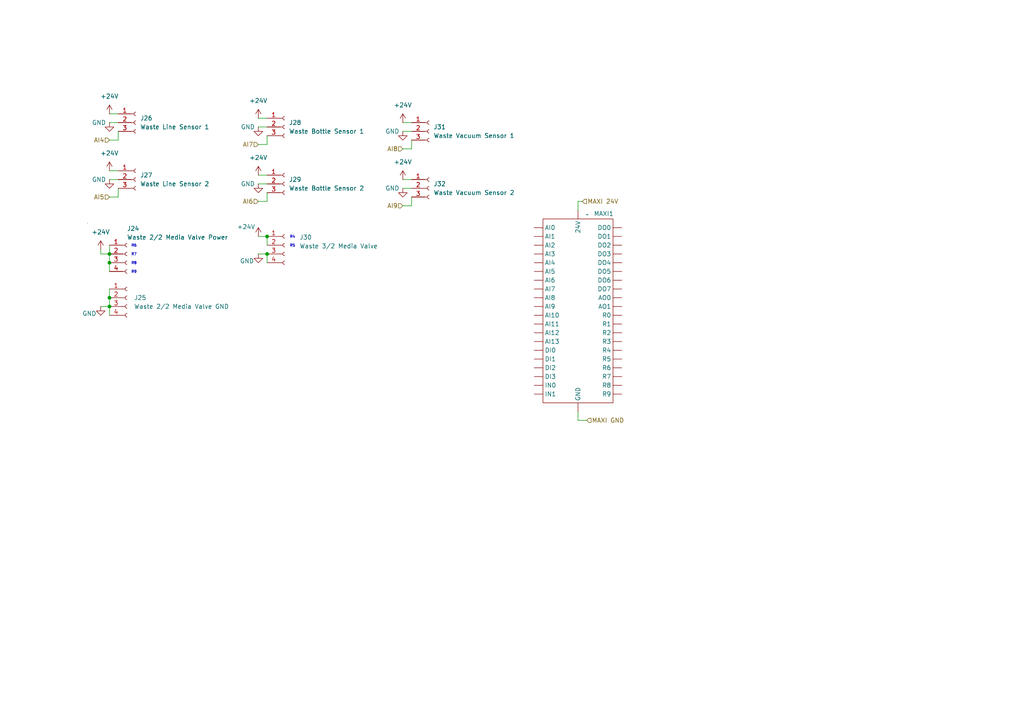
<source format=kicad_sch>
(kicad_sch (version 20250114) (generator "eeschema") (generator_version "9.0")
  (paper "A4")
  (lib_symbols
    (symbol "Connector:Conn_01x03_Socket" (pin_names (offset 1.016) (hide yes))
      (property "Reference" "J" (at 0 5.08 0))
      (property "Value" "Conn_01x03_Socket" (at 0 -5.08 0))
      (symbol "Conn_01x03_Socket_1_1"
        (polyline (pts (xy -1.27 2.54) (xy -0.508 2.54)) (stroke (width 0.1524)))
        (polyline (pts (xy -1.27 0) (xy -0.508 0)) (stroke (width 0.1524)))
        (polyline (pts (xy -1.27 -2.54) (xy -0.508 -2.54)) (stroke (width 0.1524)))
        (arc (start 0 2.032) (mid -0.5058 2.54) (end 0 3.048) (stroke (width 0.1524)))
        (arc (start 0 -0.508) (mid -0.5058 0) (end 0 0.508) (stroke (width 0.1524)))
        (arc (start 0 -3.048) (mid -0.5058 -2.54) (end 0 -2.032) (stroke (width 0.1524)))
        (pin passive line (at -5.08 2.54 0) (length 3.81) (name "Pin_1") (number "1"))
        (pin passive line (at -5.08 0 0) (length 3.81) (name "Pin_2") (number "2"))
        (pin passive line (at -5.08 -2.54 0) (length 3.81) (name "Pin_3") (number "3"))
      )
    )
    (symbol "Connector:Conn_01x04_Socket" (pin_names (offset 1.016) (hide yes))
      (property "Reference" "J" (at 0 5.08 0))
      (property "Value" "Conn_01x04_Socket" (at 0 -7.62 0))
      (symbol "Conn_01x04_Socket_1_1"
        (polyline (pts (xy -1.27 2.54) (xy -0.508 2.54)) (stroke (width 0.1524)))
        (polyline (pts (xy -1.27 0) (xy -0.508 0)) (stroke (width 0.1524)))
        (polyline (pts (xy -1.27 -2.54) (xy -0.508 -2.54)) (stroke (width 0.1524)))
        (polyline (pts (xy -1.27 -5.08) (xy -0.508 -5.08)) (stroke (width 0.1524)))
        (arc (start 0 2.032) (mid -0.5058 2.54) (end 0 3.048) (stroke (width 0.1524)))
        (arc (start 0 -0.508) (mid -0.5058 0) (end 0 0.508) (stroke (width 0.1524)))
        (arc (start 0 -3.048) (mid -0.5058 -2.54) (end 0 -2.032) (stroke (width 0.1524)))
        (arc (start 0 -5.588) (mid -0.5058 -5.08) (end 0 -4.572) (stroke (width 0.1524)))
        (pin passive line (at -5.08 2.54 0) (length 3.81) (name "Pin_1") (number "1"))
        (pin passive line (at -5.08 0 0) (length 3.81) (name "Pin_2") (number "2"))
        (pin passive line (at -5.08 -2.54 0) (length 3.81) (name "Pin_3") (number "3"))
        (pin passive line (at -5.08 -5.08 0) (length 3.81) (name "Pin_4") (number "4"))
      )
    )
    (symbol "SymbolLibrary:Controllino_MAXI"
      (property "Reference" "MAXI" (at -8.382 11.43 0))
      (symbol "Controllino_MAXI_0_1"
        (rectangle (start -10.16 10.16) (end 10.16 -43.18))
      )
      (symbol "Controllino_MAXI_1_1"
        (pin input line (at -12.7 7.62 0) (length 2.54) (name "AI0") (number ""))
        (pin input line (at -12.7 5.08 0) (length 2.54) (name "AI1") (number ""))
        (pin input line (at -12.7 2.54 0) (length 2.54) (name "AI2") (number ""))
        (pin input line (at -12.7 0 0) (length 2.54) (name "AI3") (number ""))
        (pin input line (at -12.7 -2.54 0) (length 2.54) (name "AI4") (number ""))
        (pin input line (at -12.7 -5.08 0) (length 2.54) (name "AI5") (number ""))
        (pin input line (at -12.7 -7.62 0) (length 2.54) (name "AI6") (number ""))
        (pin input line (at -12.7 -10.16 0) (length 2.54) (name "AI7") (number ""))
        (pin input line (at -12.7 -12.7 0) (length 2.54) (name "AI8") (number ""))
        (pin input line (at -12.7 -15.24 0) (length 2.54) (name "AI9") (number ""))
        (pin input line (at -12.7 -17.78 0) (length 2.54) (name "AI10") (number ""))
        (pin input line (at -12.7 -20.32 0) (length 2.54) (name "AI11") (number ""))
        (pin input line (at -12.7 -22.86 0) (length 2.54) (name "AI12") (number ""))
        (pin input line (at -12.7 -25.4 0) (length 2.54) (name "AI13") (number ""))
        (pin input line (at -12.7 -27.94 0) (length 2.54) (name "DI0") (number ""))
        (pin input line (at -12.7 -30.48 0) (length 2.54) (name "DI1") (number ""))
        (pin input line (at -12.7 -33.02 0) (length 2.54) (name "DI2") (number ""))
        (pin input line (at -12.7 -35.56 0) (length 2.54) (name "DI3") (number ""))
        (pin input line (at -12.7 -38.1 0) (length 2.54) (name "IN0") (number ""))
        (pin input line (at -12.7 -40.64 0) (length 2.54) (name "IN1") (number ""))
        (pin power_in line (at 0 12.7 270) (length 2.54) (name "24V") (number ""))
        (pin power_in line (at 0 -45.72 90) (length 2.54) (name "GND") (number ""))
        (pin output line (at 12.7 7.62 180) (length 2.54) (name "DO0") (number ""))
        (pin output line (at 12.7 5.08 180) (length 2.54) (name "DO1") (number ""))
        (pin output line (at 12.7 2.54 180) (length 2.54) (name "DO2") (number ""))
        (pin output line (at 12.7 0 180) (length 2.54) (name "DO3") (number ""))
        (pin output line (at 12.7 -2.54 180) (length 2.54) (name "DO4") (number ""))
        (pin output line (at 12.7 -5.08 180) (length 2.54) (name "DO5") (number ""))
        (pin output line (at 12.7 -7.62 180) (length 2.54) (name "DO6") (number ""))
        (pin output line (at 12.7 -10.16 180) (length 2.54) (name "DO7") (number ""))
        (pin output line (at 12.7 -12.7 180) (length 2.54) (name "AO0") (number ""))
        (pin output line (at 12.7 -15.24 180) (length 2.54) (name "AO1") (number ""))
        (pin power_out line (at 12.7 -17.78 180) (length 2.54) (name "R0") (number ""))
        (pin power_out line (at 12.7 -20.32 180) (length 2.54) (name "R1") (number ""))
        (pin power_out line (at 12.7 -22.86 180) (length 2.54) (name "R2") (number ""))
        (pin power_out line (at 12.7 -25.4 180) (length 2.54) (name "R3") (number ""))
        (pin power_out line (at 12.7 -27.94 180) (length 2.54) (name "R4") (number ""))
        (pin power_out line (at 12.7 -30.48 180) (length 2.54) (name "R5") (number ""))
        (pin power_out line (at 12.7 -33.02 180) (length 2.54) (name "R6") (number ""))
        (pin power_out line (at 12.7 -35.56 180) (length 2.54) (name "R7") (number ""))
        (pin power_out line (at 12.7 -38.1 180) (length 2.54) (name "R8") (number ""))
        (pin power_out line (at 12.7 -40.64 180) (length 2.54) (name "R9") (number ""))
      )
    )
    (symbol "power:+24V" (power) (pin_numbers (hide yes)) (pin_names (offset 0) (hide yes))
      (property "Value" "+24V" (at 0 3.556 0))
      (symbol "+24V_0_1"
        (polyline (pts (xy -0.762 1.27) (xy 0 2.54)))
        (polyline (pts (xy 0 2.54) (xy 0.762 1.27)))
        (polyline (pts (xy 0 0) (xy 0 2.54)))
      )
      (symbol "+24V_1_1"
        (pin power_in line (at 0 0 90) (length 0) (name "~") (number "1"))
      )
    )
    (symbol "power:GND" (power) (pin_numbers (hide yes)) (pin_names (offset 0) (hide yes))
      (property "Value" "GND" (at 0 -3.81 0))
      (symbol "GND_0_1"
        (polyline (pts (xy 0 0) (xy 0 -1.27) (xy 1.27 -1.27) (xy 0 -2.54) (xy -1.27 -1.27) (xy 0 -1.27)))
      )
      (symbol "GND_1_1"
        (pin power_in line (at 0 0 270) (length 0) (name "~") (number "1"))
      )
    )
  )
  (rectangle (start 25.4 64.77) (end 25.4 64.77))
  (text "R5" (at 84.836 71.374 0) (effects (font (size 0.762 0.762))))
  (text "R7\n" (at 38.862 73.914 0) (effects (font (size 0.762 0.762))))
  (text "R6" (at 38.862 71.374 0) (effects (font (size 0.762 0.762))))
  (text "R8" (at 38.862 76.454 0) (effects (font (size 0.762 0.762))))
  (text "R4" (at 84.836 68.834 0) (effects (font (size 0.762 0.762))))
  (text "R9" (at 38.862 78.994 0) (effects (font (size 0.762 0.762))))
  (junction (at 77.47 68.58))
  (junction (at 77.47 73.66))
  (junction (at 31.75 76.2))
  (junction (at 31.75 88.9))
  (junction (at 31.75 73.66))
  (junction (at 31.75 86.36))
  (wire (pts (xy 167.64 121.92) (xy 170.18 121.92)))
  (wire (pts (xy 31.75 35.56) (xy 34.29 35.56)))
  (wire (pts (xy 77.47 58.42) (xy 77.47 55.88)))
  (wire (pts (xy 31.75 73.66) (xy 29.21 73.66)))
  (wire (pts (xy 31.75 33.02) (xy 34.29 33.02)))
  (wire (pts (xy 77.47 73.66) (xy 77.47 76.2)))
  (wire (pts (xy 167.64 58.42) (xy 167.64 60.96)))
  (wire (pts (xy 119.38 43.18) (xy 119.38 40.64)))
  (wire (pts (xy 31.75 73.66) (xy 31.75 76.2)))
  (wire (pts (xy 74.93 73.66) (xy 77.47 73.66)))
  (wire (pts (xy 116.84 38.1) (xy 119.38 38.1)))
  (wire (pts (xy 31.75 76.2) (xy 31.75 78.74)))
  (wire (pts (xy 34.29 57.15) (xy 34.29 54.61)))
  (wire (pts (xy 167.64 119.38) (xy 167.64 121.92)))
  (wire (pts (xy 119.38 59.69) (xy 119.38 57.15)))
  (wire (pts (xy 31.75 57.15) (xy 34.29 57.15)))
  (wire (pts (xy 116.84 52.07) (xy 119.38 52.07)))
  (wire (pts (xy 116.84 59.69) (xy 119.38 59.69)))
  (wire (pts (xy 116.84 35.56) (xy 119.38 35.56)))
  (wire (pts (xy 74.93 41.91) (xy 77.47 41.91)))
  (wire (pts (xy 77.47 41.91) (xy 77.47 39.37)))
  (wire (pts (xy 31.75 88.9) (xy 31.75 91.44)))
  (wire (pts (xy 74.93 53.34) (xy 77.47 53.34)))
  (wire (pts (xy 29.21 72.39) (xy 29.21 73.66)))
  (wire (pts (xy 31.75 49.53) (xy 34.29 49.53)))
  (wire (pts (xy 168.91 58.42) (xy 167.64 58.42)))
  (wire (pts (xy 74.93 36.83) (xy 77.47 36.83)))
  (wire (pts (xy 31.75 86.36) (xy 31.75 88.9)))
  (wire (pts (xy 31.75 40.64) (xy 34.29 40.64)))
  (wire (pts (xy 116.84 43.18) (xy 119.38 43.18)))
  (wire (pts (xy 31.75 71.12) (xy 31.75 73.66)))
  (wire (pts (xy 74.93 34.29) (xy 77.47 34.29)))
  (wire (pts (xy 74.93 58.42) (xy 77.47 58.42)))
  (wire (pts (xy 29.21 88.9) (xy 31.75 88.9)))
  (wire (pts (xy 116.84 54.61) (xy 119.38 54.61)))
  (wire (pts (xy 31.75 52.07) (xy 34.29 52.07)))
  (wire (pts (xy 74.93 68.58) (xy 77.47 68.58)))
  (wire (pts (xy 34.29 40.64) (xy 34.29 38.1)))
  (wire (pts (xy 31.75 83.82) (xy 31.75 86.36)))
  (wire (pts (xy 77.47 68.58) (xy 77.47 71.12)))
  (wire (pts (xy 74.93 50.8) (xy 77.47 50.8)))
  (hierarchical_label "AI5" (shape input) (at 31.75 57.15 180))
  (hierarchical_label "AI9" (shape input) (at 116.84 59.69 180))
  (hierarchical_label "AI6" (shape input) (at 74.93 58.42 180))
  (hierarchical_label "AI8" (shape input) (at 116.84 43.18 180))
  (hierarchical_label "AI7" (shape input) (at 74.93 41.91 180))
  (hierarchical_label "MAXI 24V" (shape input) (at 168.91 58.42 0))
  (hierarchical_label "AI4" (shape input) (at 31.75 40.64 180))
  (hierarchical_label "MAXI GND" (shape input) (at 170.18 121.92 0))
  (symbol (lib_id "SymbolLibrary:Controllino_MAXI") (at 167.64 73.66 0) (unit 1)
    (property "Reference" "MAXI1" (at 172.212 61.976 0) (effects (justify left)))
    (property "Value" "~" (at 169.7833 62.23 0) (effects (justify left)))
  )
  (symbol (lib_id "power:GND") (at 29.21 88.9 0) (unit 1)
    (property "Reference" "#PWR033" (effects (hide yes)))
    (property "Value" "GND" (at 25.908 90.932 0))
    (property "Description" "Power symbol creates a global label with name \"GND\" , ground" (effects (hide yes)))
  )
  (symbol (lib_id "power:+24V") (at 116.84 35.56 0) (unit 1)
    (property "Reference" "#PWR044" (effects (hide yes)))
    (property "Value" "+24V" (at 116.84 30.48 0))
    (property "Description" "Power symbol creates a global label with name \"+24V\"" (effects (hide yes)))
  )
  (symbol (lib_id "power:GND") (at 31.75 52.07 0) (unit 1)
    (property "Reference" "#PWR037" (effects (hide yes)))
    (property "Value" "GND" (at 28.702 52.07 0))
    (property "Description" "Power symbol creates a global label with name \"GND\" , ground" (effects (hide yes)))
  )
  (symbol (lib_id "Connector:Conn_01x03_Socket") (at 39.37 52.07 0) (unit 1)
    (property "Reference" "J27" (at 40.64 50.7999 0) (effects (justify left)))
    (property "Value" "Waste Line Sensor 2" (at 40.64 53.3399 0) (effects (justify left)))
    (property "Footprint" "PartsLibrary:CONN03_2165711003_MOL" (effects (hide yes)))
    (property "Description" "Generic connector, single row, 01x03, script generated" (effects (hide yes)))
  )
  (symbol (lib_id "power:GND") (at 116.84 38.1 0) (unit 1)
    (property "Reference" "#PWR045" (effects (hide yes)))
    (property "Value" "GND" (at 113.792 38.1 0))
    (property "Description" "Power symbol creates a global label with name \"GND\" , ground" (effects (hide yes)))
  )
  (symbol (lib_id "power:GND") (at 31.75 35.56 0) (unit 1)
    (property "Reference" "#PWR035" (effects (hide yes)))
    (property "Value" "GND" (at 28.702 35.56 0))
    (property "Description" "Power symbol creates a global label with name \"GND\" , ground" (effects (hide yes)))
  )
  (symbol (lib_id "power:+24V") (at 116.84 52.07 0) (unit 1)
    (property "Reference" "#PWR046" (effects (hide yes)))
    (property "Value" "+24V" (at 116.84 46.99 0))
    (property "Description" "Power symbol creates a global label with name \"+24V\"" (effects (hide yes)))
  )
  (symbol (lib_id "power:+24V") (at 74.93 34.29 0) (unit 1)
    (property "Reference" "#PWR038" (effects (hide yes)))
    (property "Value" "+24V" (at 74.93 29.21 0))
    (property "Description" "Power symbol creates a global label with name \"+24V\"" (effects (hide yes)))
  )
  (symbol (lib_id "Connector:Conn_01x03_Socket") (at 124.46 54.61 0) (unit 1)
    (property "Reference" "J32" (at 125.73 53.3399 0) (effects (justify left)))
    (property "Value" "Waste Vacuum Sensor 2" (at 125.73 55.8799 0) (effects (justify left)))
    (property "Footprint" "PartsLibrary:CONN03_2165711003_MOL" (effects (hide yes)))
    (property "Description" "Generic connector, single row, 01x03, script generated" (effects (hide yes)))
  )
  (symbol (lib_id "power:GND") (at 74.93 73.66 0) (unit 1)
    (property "Reference" "#PWR043" (effects (hide yes)))
    (property "Value" "GND" (at 71.628 75.692 0))
    (property "Description" "Power symbol creates a global label with name \"GND\" , ground" (effects (hide yes)))
  )
  (symbol (lib_id "Connector:Conn_01x04_Socket") (at 36.83 86.36 0) (unit 1)
    (property "Reference" "J25" (at 38.862 86.36 0) (effects (justify left)))
    (property "Value" "Waste 2/2 Media Valve GND" (at 38.862 88.9 0) (effects (justify left)))
    (property "Footprint" "PartsLibrary:CONN04_2165712004_MOL" (effects (hide yes)))
    (property "Description" "Generic connector, single row, 01x04, script generated" (effects (hide yes)))
  )
  (symbol (lib_id "Connector:Conn_01x03_Socket") (at 124.46 38.1 0) (unit 1)
    (property "Reference" "J31" (at 125.73 36.8299 0) (effects (justify left)))
    (property "Value" "Waste Vacuum Sensor 1" (at 125.73 39.3699 0) (effects (justify left)))
    (property "Footprint" "PartsLibrary:CONN03_2165711003_MOL" (effects (hide yes)))
    (property "Description" "Generic connector, single row, 01x03, script generated" (effects (hide yes)))
  )
  (symbol (lib_id "power:GND") (at 116.84 54.61 0) (unit 1)
    (property "Reference" "#PWR047" (effects (hide yes)))
    (property "Value" "GND" (at 113.792 54.61 0))
    (property "Description" "Power symbol creates a global label with name \"GND\" , ground" (effects (hide yes)))
  )
  (symbol (lib_id "power:GND") (at 74.93 53.34 0) (unit 1)
    (property "Reference" "#PWR041" (effects (hide yes)))
    (property "Value" "GND" (at 71.882 53.34 0))
    (property "Description" "Power symbol creates a global label with name \"GND\" , ground" (effects (hide yes)))
  )
  (symbol (lib_id "power:+24V") (at 74.93 50.8 0) (unit 1)
    (property "Reference" "#PWR040" (effects (hide yes)))
    (property "Value" "+24V" (at 74.93 45.72 0))
    (property "Description" "Power symbol creates a global label with name \"+24V\"" (effects (hide yes)))
  )
  (symbol (lib_id "power:+24V") (at 31.75 33.02 0) (unit 1)
    (property "Reference" "#PWR034" (effects (hide yes)))
    (property "Value" "+24V" (at 31.75 27.94 0))
    (property "Description" "Power symbol creates a global label with name \"+24V\"" (effects (hide yes)))
  )
  (symbol (lib_id "Connector:Conn_01x04_Socket") (at 36.83 73.66 0) (unit 1)
    (property "Reference" "J24" (at 36.83 66.294 0) (effects (justify left)))
    (property "Value" "Waste 2/2 Media Valve Power" (at 36.83 68.834 0) (effects (justify left)))
    (property "Footprint" "PartsLibrary:CONN04_2165712004_MOL" (effects (hide yes)))
    (property "Description" "Generic connector, single row, 01x04, script generated" (effects (hide yes)))
  )
  (symbol (lib_id "power:+24V") (at 29.21 72.39 0) (unit 1)
    (property "Reference" "#PWR032" (effects (hide yes)))
    (property "Value" "+24V" (at 29.21 67.31 0))
    (property "Description" "Power symbol creates a global label with name \"+24V\"" (effects (hide yes)))
  )
  (symbol (lib_id "power:+24V") (at 31.75 49.53 0) (unit 1)
    (property "Reference" "#PWR036" (effects (hide yes)))
    (property "Value" "+24V" (at 31.75 44.45 0))
    (property "Description" "Power symbol creates a global label with name \"+24V\"" (effects (hide yes)))
  )
  (symbol (lib_id "Connector:Conn_01x04_Socket") (at 82.55 71.12 0) (unit 1)
    (property "Reference" "J30" (at 86.868 68.834 0) (effects (justify left)))
    (property "Value" "Waste 3/2 Media Valve" (at 86.868 71.374 0) (effects (justify left)))
    (property "Footprint" "PartsLibrary:CONN04_2165712004_MOL" (effects (hide yes)))
    (property "Description" "Generic connector, single row, 01x04, script generated" (effects (hide yes)))
  )
  (symbol (lib_id "Connector:Conn_01x03_Socket") (at 82.55 36.83 0) (unit 1)
    (property "Reference" "J28" (at 83.82 35.5599 0) (effects (justify left)))
    (property "Value" "Waste Bottle Sensor 1" (at 83.82 38.0999 0) (effects (justify left)))
    (property "Footprint" "PartsLibrary:CONN03_2165711003_MOL" (effects (hide yes)))
    (property "Description" "Generic connector, single row, 01x03, script generated" (effects (hide yes)))
  )
  (symbol (lib_id "power:GND") (at 74.93 36.83 0) (unit 1)
    (property "Reference" "#PWR039" (effects (hide yes)))
    (property "Value" "GND" (at 71.882 36.83 0))
    (property "Description" "Power symbol creates a global label with name \"GND\" , ground" (effects (hide yes)))
  )
  (symbol (lib_id "Connector:Conn_01x03_Socket") (at 39.37 35.56 0) (unit 1)
    (property "Reference" "J26" (at 40.64 34.2899 0) (effects (justify left)))
    (property "Value" "Waste Line Sensor 1" (at 40.64 36.8299 0) (effects (justify left)))
    (property "Footprint" "PartsLibrary:CONN03_2165711003_MOL" (effects (hide yes)))
    (property "Description" "Generic connector, single row, 01x03, script generated" (effects (hide yes)))
  )
  (symbol (lib_id "power:+24V") (at 74.93 68.58 0) (unit 1)
    (property "Reference" "#PWR042" (effects (hide yes)))
    (property "Value" "+24V" (at 71.374 65.786 0))
    (property "Description" "Power symbol creates a global label with name \"+24V\"" (effects (hide yes)))
  )
  (symbol (lib_id "Connector:Conn_01x03_Socket") (at 82.55 53.34 0) (unit 1)
    (property "Reference" "J29" (at 83.82 52.0699 0) (effects (justify left)))
    (property "Value" "Waste Bottle Sensor 2" (at 83.82 54.6099 0) (effects (justify left)))
    (property "Footprint" "PartsLibrary:CONN03_2165711003_MOL" (effects (hide yes)))
    (property "Description" "Generic connector, single row, 01x03, script generated" (effects (hide yes)))
  )
)
</source>
